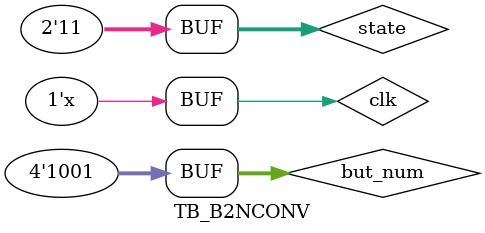
<source format=v>
`timescale 1ns / 1ps


module TB_B2NCONV;

	// Inputs
	reg clk;
	reg [1:0] state;
	reg [3:0] but_num;

	// Outputs
	wire [31:0] result;
	wire complete;
	wire [22:0] tmp;
	wire [4:0] rat_cnt;
	wire [31:0] rat_tmp;
	wire [2:0] rat_tmp_cnt;
	wire is_rat;

	// Instantiate the Unit Under Test (UUT)
	SB_B2NCONV uut (
		.clk(clk), 
		.state(state), 
		.but_num(but_num), 
		.result(result), 
		.complete(complete)
	//	.tmp(tmp),
	//	.rat_cnt(rat_cnt),
	//	.rat_tmp(rat_tmp),
	//	.rat_tmp_cnt(rat_tmp_cnt),
	//	.is_rat(is_rat)
	);

	initial begin
		// Initialize Inputs
		clk = 0;
		state = 0;
		but_num = 4'b0010;

		// Wait 100 ns for global reset to finish
		#105;
		state = 2'b01;
		#10;
		but_num = 4'b0100;
		#10;
      but_num = 4'b1111;
		#10;
      but_num = 4'b0101;
		#10;
		but_num = 4'b1001;
		#10;
		state = 2'b11;
		// Add stimulus here

	end
   always #5 clk=~clk;
endmodule


</source>
